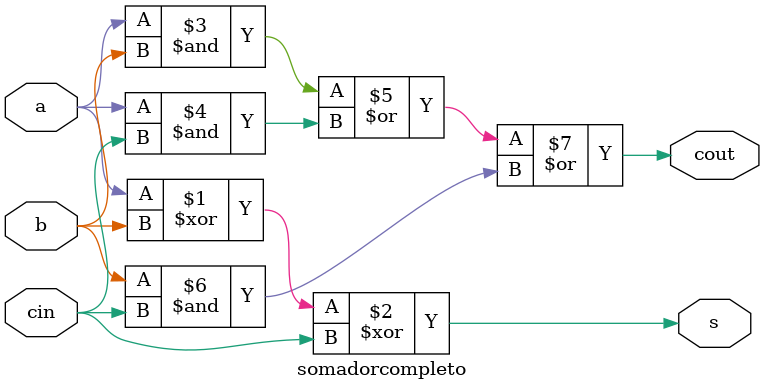
<source format=sv>
module somadorcompleto (
    input logic a,
    input logic b,
    input logic cin,
    output logic s,
    output logic cout
);

    assign s = (a ^ b ^ cin);
    assign cout = (a & b) | (a & cin) | (b & cin);

    
endmodule
</source>
